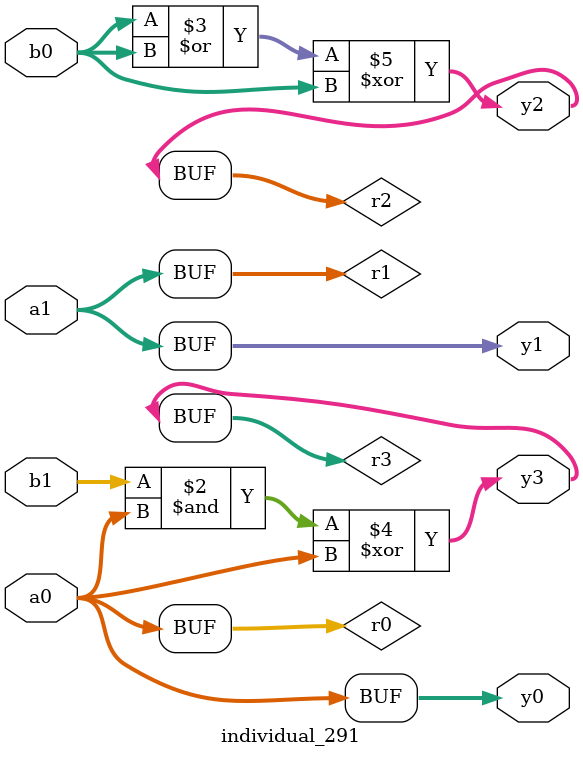
<source format=sv>
module individual_291(input logic [15:0] a1, input logic [15:0] a0, input logic [15:0] b1, input logic [15:0] b0, output logic [15:0] y3, output logic [15:0] y2, output logic [15:0] y1, output logic [15:0] y0);
logic [15:0] r0, r1, r2, r3; 
 always@(*) begin 
	 r0 = a0; r1 = a1; r2 = b0; r3 = b1; 
 	 r3  &=  a0 ;
 	 r2  |=  r2 ;
 	 r3  ^=  r0 ;
 	 r2  ^=  b0 ;
 	 y3 = r3; y2 = r2; y1 = r1; y0 = r0; 
end
endmodule
</source>
